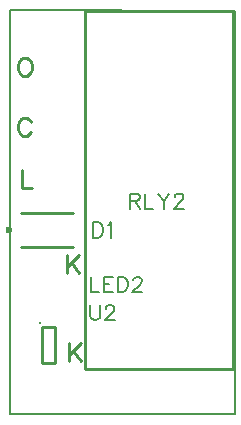
<source format=gbr>
G04 DipTrace 2.4.0.2*
%INtopsilk.gbr*%
%MOIN*%
%ADD10C,0.0098*%
%ADD11C,0.006*%
%ADD13C,0.0236*%
%ADD26C,0.0118*%
%ADD49C,0.0077*%
%ADD50C,0.0093*%
%FSLAX44Y44*%
G04*
G70*
G90*
G75*
G01*
%LNTopSilk*%
%LPD*%
X4324Y10654D2*
D10*
X6056D1*
X4324Y9512D2*
X6056D1*
D13*
X3930Y10083D3*
X6448Y5451D2*
D10*
X11385D1*
Y17369D1*
X6448D1*
Y5451D1*
X5457Y6830D2*
X5024D1*
Y5649D1*
X5457D1*
Y6830D1*
D26*
X4965Y6968D3*
X6718Y10324D2*
D49*
Y9821D1*
X6886D1*
X6958Y9846D1*
X7006Y9893D1*
X7030Y9941D1*
X7053Y10013D1*
Y10133D1*
X7030Y10204D1*
X7006Y10252D1*
X6958Y10300D1*
X6886Y10324D1*
X6718D1*
X7208Y10228D2*
X7256Y10252D1*
X7328Y10323D1*
Y9821D1*
X6638Y8510D2*
Y8008D1*
X6925D1*
X7390Y8510D2*
X7079D1*
Y8008D1*
X7390D1*
X7079Y8271D2*
X7270D1*
X7544Y8510D2*
Y8008D1*
X7711D1*
X7783Y8032D1*
X7831Y8080D1*
X7855Y8128D1*
X7879Y8199D1*
Y8319D1*
X7855Y8391D1*
X7831Y8438D1*
X7783Y8486D1*
X7711Y8510D1*
X7544D1*
X8058Y8390D2*
Y8414D1*
X8081Y8462D1*
X8105Y8486D1*
X8153Y8510D1*
X8249D1*
X8296Y8486D1*
X8320Y8462D1*
X8344Y8414D1*
Y8366D1*
X8320Y8318D1*
X8273Y8247D1*
X8033Y8008D1*
X8368D1*
X7953Y11049D2*
X8168D1*
X8240Y11073D1*
X8264Y11097D1*
X8288Y11145D1*
Y11193D1*
X8264Y11240D1*
X8240Y11265D1*
X8168Y11288D1*
X7953D1*
Y10786D1*
X8120Y11049D2*
X8288Y10786D1*
X8442Y11288D2*
Y10786D1*
X8729D1*
X8883Y11288D2*
X9075Y11049D1*
Y10786D1*
X9266Y11288D2*
X9075Y11049D1*
X9444Y11168D2*
Y11192D1*
X9468Y11240D1*
X9492Y11264D1*
X9540Y11288D1*
X9636D1*
X9683Y11264D1*
X9707Y11240D1*
X9731Y11192D1*
Y11145D1*
X9707Y11097D1*
X9659Y11025D1*
X9420Y10786D1*
X9755D1*
X6631Y7572D2*
Y7213D1*
X6655Y7141D1*
X6703Y7094D1*
X6775Y7069D1*
X6822D1*
X6894Y7094D1*
X6942Y7141D1*
X6966Y7213D1*
Y7572D1*
X7145Y7452D2*
Y7476D1*
X7168Y7524D1*
X7192Y7548D1*
X7240Y7571D1*
X7336D1*
X7383Y7548D1*
X7407Y7524D1*
X7431Y7476D1*
Y7428D1*
X7407Y7380D1*
X7360Y7309D1*
X7120Y7069D1*
X7455D1*
X5909Y6313D2*
D50*
Y5710D1*
X6311Y6313D2*
X5909Y5911D1*
X6052Y6055D2*
X6311Y5710D1*
X5847Y9250D2*
Y8647D1*
X6249Y9250D2*
X5847Y8848D1*
X5990Y8992D2*
X6249Y8647D1*
X4652Y13669D2*
X4624Y13727D1*
X4566Y13784D1*
X4509Y13813D1*
X4394D1*
X4336Y13784D1*
X4279Y13727D1*
X4250Y13669D1*
X4222Y13583D1*
Y13439D1*
X4250Y13354D1*
X4279Y13296D1*
X4336Y13239D1*
X4394Y13210D1*
X4509D1*
X4566Y13239D1*
X4624Y13296D1*
X4652Y13354D1*
X4394Y15813D2*
X4336Y15784D1*
X4279Y15726D1*
X4250Y15669D1*
X4222Y15583D1*
Y15439D1*
X4250Y15354D1*
X4279Y15296D1*
X4336Y15239D1*
X4394Y15210D1*
X4509D1*
X4566Y15239D1*
X4624Y15296D1*
X4652Y15354D1*
X4681Y15439D1*
Y15583D1*
X4652Y15669D1*
X4624Y15726D1*
X4566Y15784D1*
X4509Y15813D1*
X4394D1*
X4347Y12063D2*
Y11460D1*
X4691D1*
%LNBoardOutline*%
X3940Y3940D2*
D11*
X11441D1*
Y17379D1*
X3940Y17389D1*
Y3940D1*
M02*

</source>
